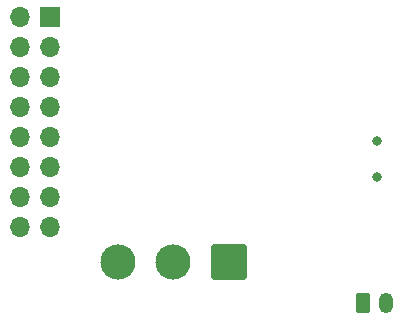
<source format=gbr>
%TF.GenerationSoftware,KiCad,Pcbnew,(6.0.4-0)*%
%TF.CreationDate,2024-03-24T13:43:06+02:00*%
%TF.ProjectId,Project_PCB_v1,50726f6a-6563-4745-9f50-43425f76312e,rev?*%
%TF.SameCoordinates,Original*%
%TF.FileFunction,Soldermask,Bot*%
%TF.FilePolarity,Negative*%
%FSLAX46Y46*%
G04 Gerber Fmt 4.6, Leading zero omitted, Abs format (unit mm)*
G04 Created by KiCad (PCBNEW (6.0.4-0)) date 2024-03-24 13:43:06*
%MOMM*%
%LPD*%
G01*
G04 APERTURE LIST*
G04 Aperture macros list*
%AMRoundRect*
0 Rectangle with rounded corners*
0 $1 Rounding radius*
0 $2 $3 $4 $5 $6 $7 $8 $9 X,Y pos of 4 corners*
0 Add a 4 corners polygon primitive as box body*
4,1,4,$2,$3,$4,$5,$6,$7,$8,$9,$2,$3,0*
0 Add four circle primitives for the rounded corners*
1,1,$1+$1,$2,$3*
1,1,$1+$1,$4,$5*
1,1,$1+$1,$6,$7*
1,1,$1+$1,$8,$9*
0 Add four rect primitives between the rounded corners*
20,1,$1+$1,$2,$3,$4,$5,0*
20,1,$1+$1,$4,$5,$6,$7,0*
20,1,$1+$1,$6,$7,$8,$9,0*
20,1,$1+$1,$8,$9,$2,$3,0*%
G04 Aperture macros list end*
%ADD10R,1.700000X1.700000*%
%ADD11O,1.700000X1.700000*%
%ADD12RoundRect,0.250000X-0.350000X-0.625000X0.350000X-0.625000X0.350000X0.625000X-0.350000X0.625000X0*%
%ADD13O,1.200000X1.750000*%
%ADD14C,0.800000*%
%ADD15RoundRect,0.102000X1.387500X1.387500X-1.387500X1.387500X-1.387500X-1.387500X1.387500X-1.387500X0*%
%ADD16C,2.979000*%
G04 APERTURE END LIST*
D10*
%TO.C,PinCon1*%
X93500000Y-74250000D03*
D11*
X90960000Y-74250000D03*
X93500000Y-76790000D03*
X90960000Y-76790000D03*
X93500000Y-79330000D03*
X90960000Y-79330000D03*
X93500000Y-81870000D03*
X90960000Y-81870000D03*
X93500000Y-84410000D03*
X90960000Y-84410000D03*
X93500000Y-86950000D03*
X90960000Y-86950000D03*
X93500000Y-89490000D03*
X90960000Y-89490000D03*
X93500000Y-92030000D03*
X90960000Y-92030000D03*
%TD*%
D12*
%TO.C,J2*%
X120005000Y-98445000D03*
D13*
X122005000Y-98445000D03*
%TD*%
D14*
%TO.C,SA1*%
X121250000Y-84750000D03*
X121250000Y-87750000D03*
%TD*%
D15*
%TO.C,SB1*%
X108665000Y-95000000D03*
D16*
X103965000Y-95000000D03*
X99265000Y-95000000D03*
%TD*%
M02*

</source>
